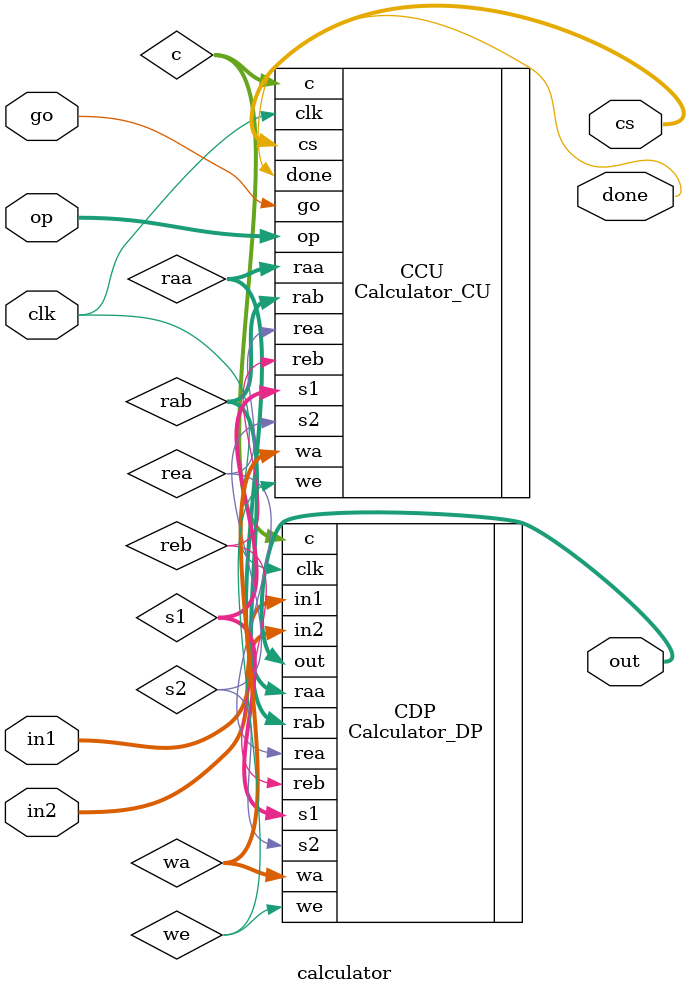
<source format=v>
`timescale 1ns / 1ps

module calculator(
    input go, clk,
    input [2:0] op,
    input [3:0] in1, in2,
    output done,
    output [3:0] out,
    output [3:0] cs
    );
wire we, rea, reb, s2;
wire [1:0] s1, wa, raa, rab;
wire [2:0] c;

Calculator_CU CCU(
        .go     (go),
        .clk    (clk),
        .op     (op),
        .we     (we),
        .rea    (rea),
        .reb    (reb),
        .s2     (s2),
        .done   (done),
        .s1     (s1),
        .wa     (wa),
        .raa    (raa),
        .rab    (rab),
        .c      (c),
        .cs     (cs)
    );

Calculator_DP CDP(
        .in1    (in1),
        .in2    (in2),
        .s1     (s1),
        .clk    (clk),
        .wa     (wa),
        .we     (we),
        .raa    (raa),
        .rea    (rea),
        .rab    (rab),
        .reb    (reb),
        .c      (c),
        .s2     (s2),
        .out    (out)
    );

endmodule
</source>
